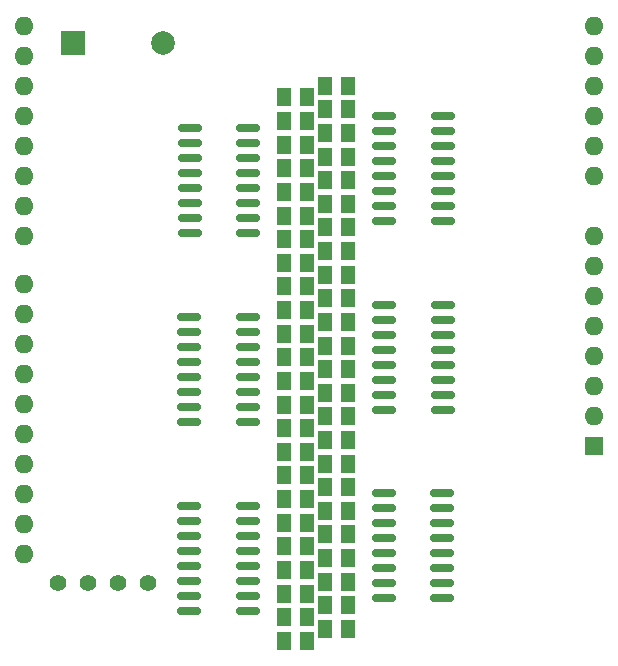
<source format=gbr>
%TF.GenerationSoftware,KiCad,Pcbnew,8.0.6*%
%TF.CreationDate,2025-01-14T16:55:08+01:00*%
%TF.ProjectId,Receptor Laser,52656365-7074-46f7-9220-4c617365722e,rev?*%
%TF.SameCoordinates,Original*%
%TF.FileFunction,Soldermask,Top*%
%TF.FilePolarity,Negative*%
%FSLAX46Y46*%
G04 Gerber Fmt 4.6, Leading zero omitted, Abs format (unit mm)*
G04 Created by KiCad (PCBNEW 8.0.6) date 2025-01-14 16:55:08*
%MOMM*%
%LPD*%
G01*
G04 APERTURE LIST*
G04 Aperture macros list*
%AMRoundRect*
0 Rectangle with rounded corners*
0 $1 Rounding radius*
0 $2 $3 $4 $5 $6 $7 $8 $9 X,Y pos of 4 corners*
0 Add a 4 corners polygon primitive as box body*
4,1,4,$2,$3,$4,$5,$6,$7,$8,$9,$2,$3,0*
0 Add four circle primitives for the rounded corners*
1,1,$1+$1,$2,$3*
1,1,$1+$1,$4,$5*
1,1,$1+$1,$6,$7*
1,1,$1+$1,$8,$9*
0 Add four rect primitives between the rounded corners*
20,1,$1+$1,$2,$3,$4,$5,0*
20,1,$1+$1,$4,$5,$6,$7,0*
20,1,$1+$1,$6,$7,$8,$9,0*
20,1,$1+$1,$8,$9,$2,$3,0*%
G04 Aperture macros list end*
%ADD10R,2.000000X2.000000*%
%ADD11C,2.000000*%
%ADD12RoundRect,0.102000X-0.495000X-0.690000X0.495000X-0.690000X0.495000X0.690000X-0.495000X0.690000X0*%
%ADD13RoundRect,0.102000X0.495000X0.690000X-0.495000X0.690000X-0.495000X-0.690000X0.495000X-0.690000X0*%
%ADD14RoundRect,0.150000X-0.825000X-0.150000X0.825000X-0.150000X0.825000X0.150000X-0.825000X0.150000X0*%
%ADD15RoundRect,0.150000X0.825000X0.150000X-0.825000X0.150000X-0.825000X-0.150000X0.825000X-0.150000X0*%
%ADD16C,1.400000*%
%ADD17R,1.600000X1.600000*%
%ADD18O,1.600000X1.600000*%
G04 APERTURE END LIST*
D10*
%TO.C,BZ1*%
X52334000Y-72644000D03*
D11*
X59934000Y-72644000D03*
%TD*%
D12*
%TO.C,PH43*%
X75585000Y-112282000D03*
X73655000Y-112282000D03*
%TD*%
%TO.C,PH40*%
X75585000Y-106282000D03*
X73655000Y-106282000D03*
%TD*%
D13*
%TO.C,PH11*%
X70155000Y-103282000D03*
X72085000Y-103282000D03*
%TD*%
%TO.C,PH8*%
X70155000Y-109282000D03*
X72085000Y-109282000D03*
%TD*%
%TO.C,PH2*%
X70155000Y-121282000D03*
X72085000Y-121282000D03*
%TD*%
%TO.C,PH10*%
X70155000Y-105282000D03*
X72085000Y-105282000D03*
%TD*%
D12*
%TO.C,PH27*%
X75585000Y-80282000D03*
X73655000Y-80282000D03*
%TD*%
%TO.C,PH31*%
X75585000Y-88282000D03*
X73655000Y-88282000D03*
%TD*%
%TO.C,PH34*%
X75585000Y-94282000D03*
X73655000Y-94282000D03*
%TD*%
%TO.C,PH29*%
X75585000Y-84282000D03*
X73655000Y-84282000D03*
%TD*%
D13*
%TO.C,PH20*%
X70155000Y-85282000D03*
X72085000Y-85282000D03*
%TD*%
D12*
%TO.C,PH30*%
X75585000Y-86282000D03*
X73655000Y-86282000D03*
%TD*%
D13*
%TO.C,PH17*%
X70155000Y-91282000D03*
X72085000Y-91282000D03*
%TD*%
%TO.C,PH1*%
X70155000Y-123282000D03*
X72085000Y-123282000D03*
%TD*%
D14*
%TO.C,ADC5*%
X78645000Y-94837000D03*
X78645000Y-96107000D03*
X78645000Y-97377000D03*
X78645000Y-98647000D03*
X78645000Y-99917000D03*
X78645000Y-101187000D03*
X78645000Y-102457000D03*
X78645000Y-103727000D03*
X83595000Y-103727000D03*
X83595000Y-102457000D03*
X83595000Y-101187000D03*
X83595000Y-99917000D03*
X83595000Y-98647000D03*
X83595000Y-97377000D03*
X83595000Y-96107000D03*
X83595000Y-94837000D03*
%TD*%
D13*
%TO.C,PH4*%
X70155000Y-117282000D03*
X72085000Y-117282000D03*
%TD*%
D12*
%TO.C,PH39*%
X75585000Y-104282000D03*
X73655000Y-104282000D03*
%TD*%
%TO.C,PH47*%
X75585000Y-120282000D03*
X73655000Y-120282000D03*
%TD*%
%TO.C,PH36*%
X75585000Y-98282000D03*
X73655000Y-98282000D03*
%TD*%
%TO.C,PH28*%
X75585000Y-82282000D03*
X73655000Y-82282000D03*
%TD*%
D13*
%TO.C,PH3*%
X70155000Y-119282000D03*
X72085000Y-119282000D03*
%TD*%
D12*
%TO.C,PH26*%
X75550000Y-78282000D03*
X73620000Y-78282000D03*
%TD*%
D13*
%TO.C,PH12*%
X70155000Y-101282000D03*
X72085000Y-101282000D03*
%TD*%
D15*
%TO.C,ADC1*%
X67095000Y-120727000D03*
X67095000Y-119457000D03*
X67095000Y-118187000D03*
X67095000Y-116917000D03*
X67095000Y-115647000D03*
X67095000Y-114377000D03*
X67095000Y-113107000D03*
X67095000Y-111837000D03*
X62145000Y-111837000D03*
X62145000Y-113107000D03*
X62145000Y-114377000D03*
X62145000Y-115647000D03*
X62145000Y-116917000D03*
X62145000Y-118187000D03*
X62145000Y-119457000D03*
X62145000Y-120727000D03*
%TD*%
D13*
%TO.C,PH13*%
X70155000Y-99282000D03*
X72085000Y-99282000D03*
%TD*%
%TO.C,PH6*%
X70155000Y-113282000D03*
X72085000Y-113282000D03*
%TD*%
D12*
%TO.C,PH32*%
X75585000Y-90282000D03*
X73655000Y-90282000D03*
%TD*%
D13*
%TO.C,PH24*%
X70155000Y-77282000D03*
X72085000Y-77282000D03*
%TD*%
%TO.C,PH5*%
X70155000Y-115282000D03*
X72085000Y-115282000D03*
%TD*%
%TO.C,PH19*%
X70155000Y-87282000D03*
X72085000Y-87282000D03*
%TD*%
%TO.C,PH14*%
X70155000Y-97282000D03*
X72085000Y-97282000D03*
%TD*%
%TO.C,PH16*%
X70155000Y-93282000D03*
X72085000Y-93282000D03*
%TD*%
D14*
%TO.C,ADC6*%
X78620000Y-110782000D03*
X78620000Y-112052000D03*
X78620000Y-113322000D03*
X78620000Y-114592000D03*
X78620000Y-115862000D03*
X78620000Y-117132000D03*
X78620000Y-118402000D03*
X78620000Y-119672000D03*
X83570000Y-119672000D03*
X83570000Y-118402000D03*
X83570000Y-117132000D03*
X83570000Y-115862000D03*
X83570000Y-114592000D03*
X83570000Y-113322000D03*
X83570000Y-112052000D03*
X83570000Y-110782000D03*
%TD*%
D12*
%TO.C,PH42*%
X75585000Y-110282000D03*
X73655000Y-110282000D03*
%TD*%
D14*
%TO.C,ADC4*%
X78645000Y-78837000D03*
X78645000Y-80107000D03*
X78645000Y-81377000D03*
X78645000Y-82647000D03*
X78645000Y-83917000D03*
X78645000Y-85187000D03*
X78645000Y-86457000D03*
X78645000Y-87727000D03*
X83595000Y-87727000D03*
X83595000Y-86457000D03*
X83595000Y-85187000D03*
X83595000Y-83917000D03*
X83595000Y-82647000D03*
X83595000Y-81377000D03*
X83595000Y-80107000D03*
X83595000Y-78837000D03*
%TD*%
D12*
%TO.C,PH35*%
X75585000Y-96282000D03*
X73655000Y-96282000D03*
%TD*%
%TO.C,PH48*%
X75585000Y-122282000D03*
X73655000Y-122282000D03*
%TD*%
%TO.C,PH41*%
X75585000Y-108282000D03*
X73655000Y-108282000D03*
%TD*%
%TO.C,PH38*%
X75585000Y-102282000D03*
X73655000Y-102282000D03*
%TD*%
%TO.C,PH25*%
X75585000Y-76282000D03*
X73655000Y-76282000D03*
%TD*%
D13*
%TO.C,PH21*%
X70155000Y-83282000D03*
X72085000Y-83282000D03*
%TD*%
%TO.C,PH15*%
X70155000Y-95282000D03*
X72085000Y-95282000D03*
%TD*%
D15*
%TO.C,ADC3*%
X67120000Y-88727000D03*
X67120000Y-87457000D03*
X67120000Y-86187000D03*
X67120000Y-84917000D03*
X67120000Y-83647000D03*
X67120000Y-82377000D03*
X67120000Y-81107000D03*
X67120000Y-79837000D03*
X62170000Y-79837000D03*
X62170000Y-81107000D03*
X62170000Y-82377000D03*
X62170000Y-83647000D03*
X62170000Y-84917000D03*
X62170000Y-86187000D03*
X62170000Y-87457000D03*
X62170000Y-88727000D03*
%TD*%
D12*
%TO.C,PH44*%
X75585000Y-114282000D03*
X73655000Y-114282000D03*
%TD*%
D13*
%TO.C,PH7*%
X70155000Y-111282000D03*
X72085000Y-111282000D03*
%TD*%
%TO.C,PH18*%
X70155000Y-89282000D03*
X72085000Y-89282000D03*
%TD*%
D12*
%TO.C,PH37*%
X75585000Y-100282000D03*
X73655000Y-100282000D03*
%TD*%
%TO.C,PH46*%
X75585000Y-118282000D03*
X73655000Y-118282000D03*
%TD*%
D13*
%TO.C,PH22*%
X70155000Y-81282000D03*
X72085000Y-81282000D03*
%TD*%
%TO.C,PH23*%
X70155000Y-79282000D03*
X72085000Y-79282000D03*
%TD*%
%TO.C,PH9*%
X70155000Y-107282000D03*
X72085000Y-107282000D03*
%TD*%
D12*
%TO.C,PH45*%
X75550000Y-116282000D03*
X73620000Y-116282000D03*
%TD*%
%TO.C,PH33*%
X75585000Y-92282000D03*
X73655000Y-92282000D03*
%TD*%
D16*
%TO.C,OLED1*%
X51054000Y-118364000D03*
X53594000Y-118364000D03*
X56134000Y-118364000D03*
X58674000Y-118364000D03*
%TD*%
D15*
%TO.C,ADC2*%
X67095000Y-104727000D03*
X67095000Y-103457000D03*
X67095000Y-102187000D03*
X67095000Y-100917000D03*
X67095000Y-99647000D03*
X67095000Y-98377000D03*
X67095000Y-97107000D03*
X67095000Y-95837000D03*
X62145000Y-95837000D03*
X62145000Y-97107000D03*
X62145000Y-98377000D03*
X62145000Y-99647000D03*
X62145000Y-100917000D03*
X62145000Y-102187000D03*
X62145000Y-103457000D03*
X62145000Y-104727000D03*
%TD*%
D17*
%TO.C,UNO1*%
X96426000Y-106752000D03*
D18*
X96426000Y-104212000D03*
X96426000Y-101672000D03*
X96426000Y-99132000D03*
X96426000Y-96592000D03*
X96426000Y-94052000D03*
X96426000Y-91512000D03*
X96426000Y-88972000D03*
X96426000Y-83892000D03*
X96426000Y-81352000D03*
X96426000Y-78812000D03*
X96426000Y-76272000D03*
X96426000Y-73732000D03*
X96426000Y-71192000D03*
X48166000Y-71192000D03*
X48166000Y-73732000D03*
X48166000Y-76272000D03*
X48166000Y-78812000D03*
X48166000Y-81352000D03*
X48166000Y-83892000D03*
X48166000Y-86432000D03*
X48166000Y-88972000D03*
X48166000Y-93032000D03*
X48166000Y-95572000D03*
X48166000Y-98112000D03*
X48166000Y-100652000D03*
X48166000Y-103192000D03*
X48166000Y-105732000D03*
X48166000Y-108272000D03*
X48166000Y-110812000D03*
X48166000Y-113352000D03*
X48166000Y-115892000D03*
%TD*%
M02*

</source>
